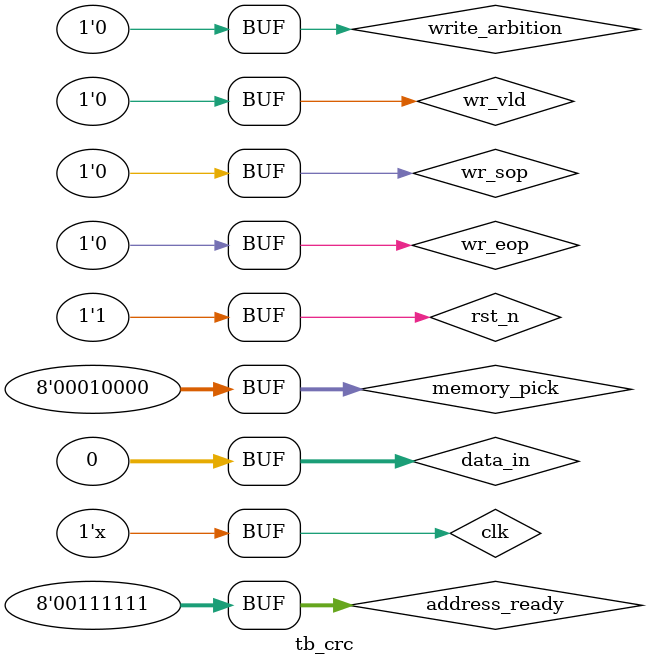
<source format=v>
`timescale 1ns / 1ps

module tb_crc();

reg  		 clk           ;
reg  		 rst_n         ;
reg  [31:0]  data_in       ;
reg          wr_sop        ;
reg          wr_eop        ;
reg          wr_vld        ;
reg          write_arbition;
reg  [7:0]   memory_pick   ;
reg  [7:0]   address_ready ;
                          
wire [31:0]	 data_true     ;
wire 		 write_ready   ;
wire [10:0]  data_size     ;
wire [3:0]   dest_port     ;
wire [9:0]   data_wait_time;
wire [2:0]   data_priority ;
wire         write_enable  ;

always #2 clk = ~clk;

initial
    begin
        clk = 1'b1;
        rst_n <= 1'b0;
        wr_sop <= 1'b0;
        wr_eop <= 1'b0;
        wr_vld <= 1'b0;
        #4
        rst_n <= 1'b1;
        #4
        wr_sop <= 1'b1;
        #4
        wr_sop <= 1'b0;
        wr_vld <= 1'b1;
        #16

        wr_vld <= 1'b1;
        #20
        wr_vld <= 1'b0;
        wr_eop <= 1'b1;
        #4
        wr_eop <= 1'b0;        
    end 

initial 
    begin
    data_in <= 32'b0;
    #12
    data_in <= 32'b000000000_00110000_01001110_101_0010;
    #4
    data_in <= 32'b00000000001111111111101110011111;
    #4
    data_in <= 32'b01010101010101010101010101010111; 
    #4
    data_in <= 32'b01111111111111100000000000000000;
    #4
    data_in <= 32'b00000000001111111111111010101010;
    #4
    data_in <= 32'b00000011111111110101010001010101; 
    #4
    data_in <= 32'b01010101010000000011111111100000;
    #4
    data_in <= 32'b00000000001111111111101110011111;
    #4
    data_in <= 32'b01111111111111100000000000000000;
    #4
    data_in <= 32'b0;
    end
    
initial
    begin
        write_arbition <= 1'b0;
        memory_pick   <= 8'b00000000;
        address_ready <= 8'b00000000;
        
        #100
        write_arbition <= 1'b1;
        memory_pick   <= 8'b00000100;
        address_ready <= 8'b00000001;
        #4
        memory_pick   <= 8'b00001000;
        address_ready <= 8'b00001111;
        write_arbition <= 1'b0;
        #4
        memory_pick   <= 8'b00010000;
        address_ready <= 8'b00011111;
        #4
        memory_pick   <= 8'b00010000;
        address_ready <= 8'b00111111;
    end    

crc crc_inst
(
	.clk           (clk),
	.rst_n         (rst_n),
	.data_in       (data_in),
    .wr_sop        (wr_sop),
    .wr_eop        (wr_eop),
    .wr_vld        (wr_vld),
    .write_arbition(write_arbition),
    .memory_pick   (memory_pick),  //RAM选择信号
    .address_ready (address_ready),  //RAM就绪信号
   
	.data_true     (data_true),  //crc校验结束输出的数据
	.write_ready   (write_ready),
    .data_size     (data_size     ),
    .dest_port     (dest_port     ),
    .data_wait_time(data_wait_time),
    .data_priority (data_priority ),
    .write_enable  (write_enable  )
);

endmodule

</source>
